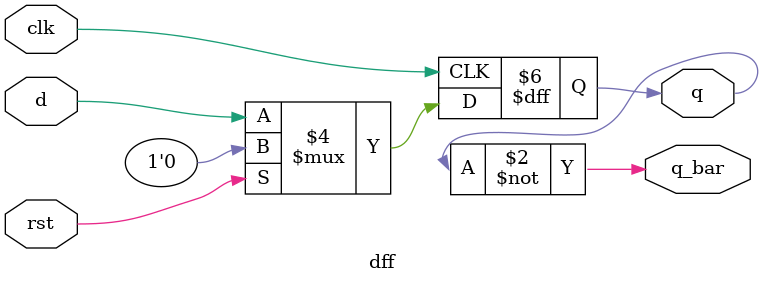
<source format=sv>

module dff(
  input clk, rst, d,
  output reg q, q_bar
);
  
  always_ff @(posedge clk) begin
    if(rst)
      q <= 0;
    else
      q <= d;
  end
  
  assign q_bar = ~q;
endmodule
  
</source>
